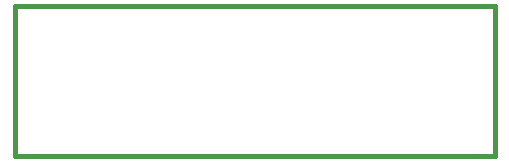
<source format=gko>
*%FSLAX24Y24*%
*%MOIN*%
G01*
%ADD11C,0.0060*%
%ADD12C,0.0073*%
%ADD13C,0.0100*%
%ADD14C,0.0120*%
%ADD15C,0.0160*%
%ADD16C,0.0380*%
%ADD17C,0.0580*%
%ADD18C,0.0620*%
%ADD19C,0.0660*%
%ADD20R,0.0620X0.0620*%
%ADD21R,0.0660X0.0660*%
D15*
X58000Y37750D02*
Y42750D01*
X42000D02*
Y37750D01*
Y42750D02*
X58000D01*
Y37750D02*
X42000D01*
D02*
M02*

</source>
